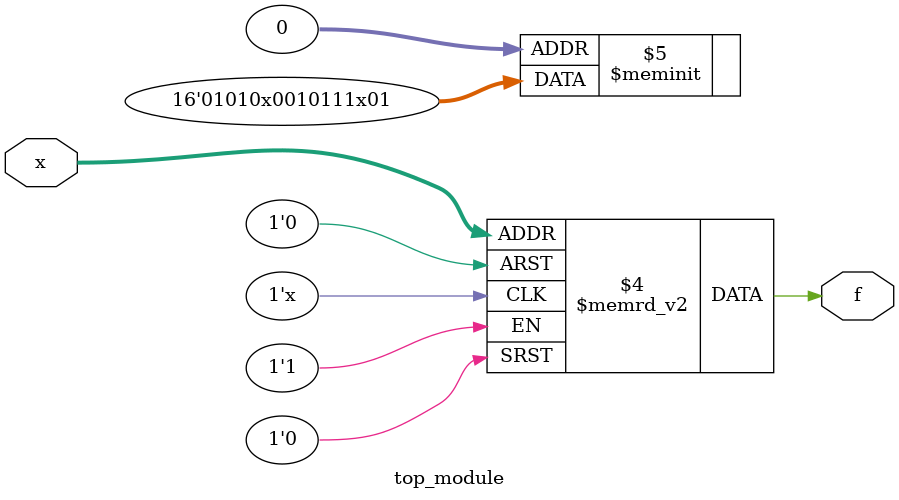
<source format=sv>
module top_module (
    input [4:1] x,
    output logic f
);
    
    // Define the truth table for f
    always_comb begin
        case (x)
            4'b0000: f = 1;
            4'b0001: f = 0;
            4'b0011: f = 1;
            4'b0100: f = 1;
            4'b0101: f = 1;
            4'b0110: f = 0;
            4'b0111: f = 1;
            4'b1000: f = 0;
            4'b1001: f = 0;
            4'b1011: f = 0;
            4'b1100: f = 1;
            4'b1101: f = 0;
            4'b1110: f = 1;
            4'b1111: f = 0;
        endcase
    end
endmodule

</source>
